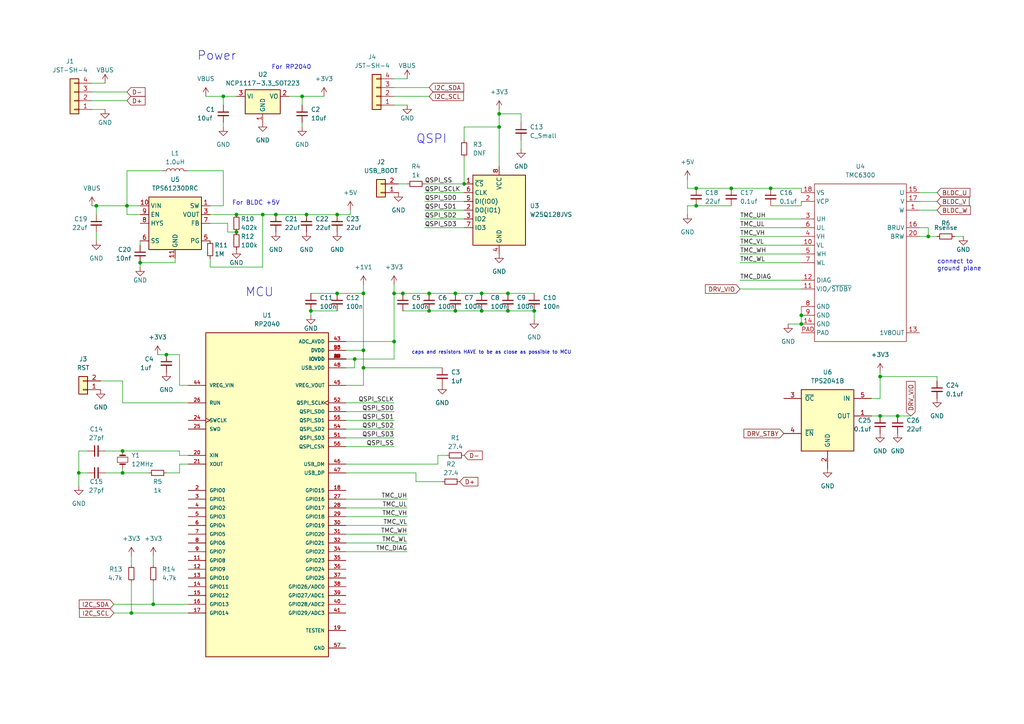
<source format=kicad_sch>
(kicad_sch (version 20230121) (generator eeschema)
  (paper "A4")
  (lib_symbols
    (symbol "Connector_Generic:Conn_01x02" (pin_names (offset 1.016) hide)
      (property "Reference" "J" (at 0 2.54 0))
      (property "Value" "Conn_01x02" (at 0 -5.08 0))
      (symbol "Conn_01x02_1_1"
        (rectangle (start -1.27 -2.413) (end 0 -2.667) (stroke (width 0.1524)))
        (rectangle (start -1.27 0.127) (end 0 -0.127) (stroke (width 0.1524)))
        (rectangle (start -1.27 1.27) (end 1.27 -3.81) (stroke (width 0.254)) (fill (type background)))
        (pin passive line (at -5.08 0 0) (length 3.81) (name "Pin_1") (number "1"))
        (pin passive line (at -5.08 -2.54 0) (length 3.81) (name "Pin_2") (number "2"))
      )
    )
    (symbol "Connector_Generic:Conn_01x04" (pin_names (offset 1.016) hide)
      (property "Reference" "J" (at 0 5.08 0))
      (property "Value" "Conn_01x04" (at 0 -7.62 0))
      (symbol "Conn_01x04_1_1"
        (rectangle (start -1.27 -4.953) (end 0 -5.207) (stroke (width 0.1524)))
        (rectangle (start -1.27 -2.413) (end 0 -2.667) (stroke (width 0.1524)))
        (rectangle (start -1.27 0.127) (end 0 -0.127) (stroke (width 0.1524)))
        (rectangle (start -1.27 2.667) (end 0 2.413) (stroke (width 0.1524)))
        (rectangle (start -1.27 3.81) (end 1.27 -6.35) (stroke (width 0.254)) (fill (type background)))
        (pin passive line (at -5.08 2.54 0) (length 3.81) (name "Pin_1") (number "1"))
        (pin passive line (at -5.08 0 0) (length 3.81) (name "Pin_2") (number "2"))
        (pin passive line (at -5.08 -2.54 0) (length 3.81) (name "Pin_3") (number "3"))
        (pin passive line (at -5.08 -5.08 0) (length 3.81) (name "Pin_4") (number "4"))
      )
    )
    (symbol "Device:C_Small" (pin_numbers hide) (pin_names (offset 0.254) hide)
      (property "Reference" "C" (at 0.254 1.778 0))
      (property "Value" "C_Small" (at 0.254 -2.032 0))
      (symbol "C_Small_0_1"
        (polyline (pts (xy -1.524 -0.508) (xy 1.524 -0.508)) (stroke (width 0.3302)))
        (polyline (pts (xy -1.524 0.508) (xy 1.524 0.508)) (stroke (width 0.3048)))
      )
      (symbol "C_Small_1_1"
        (pin passive line (at 0 2.54 270) (length 2.032) (name "~") (number "1"))
        (pin passive line (at 0 -2.54 90) (length 2.032) (name "~") (number "2"))
      )
    )
    (symbol "Device:Crystal_Small" (pin_numbers hide) (pin_names (offset 1.016) hide)
      (property "Reference" "Y" (at 0 2.54 0))
      (property "Value" "Crystal_Small" (at 0 -2.54 0))
      (symbol "Crystal_Small_0_1"
        (rectangle (start -0.762 -1.524) (end 0.762 1.524))
        (polyline (pts (xy -1.27 -0.762) (xy -1.27 0.762)) (stroke (width 0.381)))
        (polyline (pts (xy 1.27 -0.762) (xy 1.27 0.762)) (stroke (width 0.381)))
      )
      (symbol "Crystal_Small_1_1"
        (pin passive line (at -2.54 0 0) (length 1.27) (name "1") (number "1"))
        (pin passive line (at 2.54 0 180) (length 1.27) (name "2") (number "2"))
      )
    )
    (symbol "Device:L" (pin_numbers hide) (pin_names (offset 1.016) hide)
      (property "Reference" "L" (at -1.27 0 90))
      (property "Value" "L" (at 1.905 0 90))
      (symbol "L_0_1"
        (arc (start 0 -2.54) (mid 0.6323 -1.905) (end 0 -1.27))
        (arc (start 0 -1.27) (mid 0.6323 -0.635) (end 0 0))
        (arc (start 0 0) (mid 0.6323 0.635) (end 0 1.27))
        (arc (start 0 1.27) (mid 0.6323 1.905) (end 0 2.54))
      )
      (symbol "L_1_1"
        (pin passive line (at 0 3.81 270) (length 1.27) (name "1") (number "1"))
        (pin passive line (at 0 -3.81 90) (length 1.27) (name "2") (number "2"))
      )
    )
    (symbol "Device:R_Small" (pin_numbers hide) (pin_names (offset 0.254) hide)
      (property "Reference" "R" (at 0.762 0.508 0))
      (property "Value" "R_Small" (at 0.762 -1.016 0))
      (symbol "R_Small_0_1"
        (rectangle (start -0.762 1.778) (end 0.762 -1.778) (stroke (width 0.2032)))
      )
      (symbol "R_Small_1_1"
        (pin passive line (at 0 2.54 270) (length 0.762) (name "~") (number "1"))
        (pin passive line (at 0 -2.54 90) (length 0.762) (name "~") (number "2"))
      )
    )
    (symbol "Memory_Flash:W25Q128JVS"
      (property "Reference" "U" (at -8.89 8.89 0))
      (property "Value" "W25Q128JVS" (at 7.62 8.89 0))
      (symbol "W25Q128JVS_0_1"
        (rectangle (start -7.62 10.16) (end 7.62 -10.16) (stroke (width 0.254)) (fill (type background)))
      )
      (symbol "W25Q128JVS_1_1"
        (pin input line (at -10.16 7.62 0) (length 2.54) (name "~{CS}") (number "1"))
        (pin bidirectional line (at -10.16 0 0) (length 2.54) (name "DO(IO1)") (number "2"))
        (pin bidirectional line (at -10.16 -2.54 0) (length 2.54) (name "IO2") (number "3"))
        (pin power_in line (at 0 -12.7 90) (length 2.54) (name "GND") (number "4"))
        (pin bidirectional line (at -10.16 2.54 0) (length 2.54) (name "DI(IO0)") (number "5"))
        (pin input line (at -10.16 5.08 0) (length 2.54) (name "CLK") (number "6"))
        (pin bidirectional line (at -10.16 -5.08 0) (length 2.54) (name "IO3") (number "7"))
        (pin power_in line (at 0 12.7 270) (length 2.54) (name "VCC") (number "8"))
      )
    )
    (symbol "Power_Management:TPS2041B" (pin_names (offset 1.016))
      (property "Reference" "U" (at 0 10.795 0))
      (property "Value" "TPS2041B" (at 0 8.89 0))
      (symbol "TPS2041B_0_1"
        (rectangle (start -7.62 7.62) (end 7.62 -10.16) (stroke (width 0.254)) (fill (type background)))
      )
      (symbol "TPS2041B_1_1"
        (pin power_out line (at 12.7 0 180) (length 5.08) (name "OUT") (number "1"))
        (pin power_in line (at 0 -15.24 90) (length 5.08) (name "GND") (number "2"))
        (pin open_collector line (at -12.7 5.08 0) (length 5.08) (name "~{OC}") (number "3"))
        (pin input line (at -12.7 -5.08 0) (length 5.08) (name "~{EN}") (number "4"))
        (pin power_in line (at 12.7 5.08 180) (length 5.08) (name "IN") (number "5"))
      )
    )
    (symbol "RP2040:RP2040" (pin_names (offset 1.016))
      (property "Reference" "U" (at -17.78 50.8 0))
      (property "Value" "RP2040" (at -17.78 -48.26 0))
      (symbol "RP2040_0_0"
        (rectangle (start -17.78 -45.72) (end 17.78 48.26) (stroke (width 0.254)) (fill (type background)))
        (pin power_in line (at 22.86 40.64 180) (length 5.08) (name "IOVDD") (number "1"))
        (pin power_in line (at 22.86 40.64 180) (length 5.08) (name "IOVDD") (number "10"))
        (pin bidirectional line (at -22.86 -17.78 0) (length 5.08) (name "GPIO8") (number "11"))
        (pin bidirectional line (at -22.86 -20.32 0) (length 5.08) (name "GPIO9") (number "12"))
        (pin bidirectional line (at -22.86 -22.86 0) (length 5.08) (name "GPIO10") (number "13"))
        (pin bidirectional line (at -22.86 -25.4 0) (length 5.08) (name "GPIO11") (number "14"))
        (pin bidirectional line (at -22.86 -27.94 0) (length 5.08) (name "GPIO12") (number "15"))
        (pin bidirectional line (at -22.86 -30.48 0) (length 5.08) (name "GPIO13") (number "16"))
        (pin bidirectional line (at -22.86 -33.02 0) (length 5.08) (name "GPIO14") (number "17"))
        (pin bidirectional line (at 22.86 2.54 180) (length 5.08) (name "GPIO15") (number "18"))
        (pin passive line (at 22.86 -38.1 180) (length 5.08) (name "TESTEN") (number "19"))
        (pin bidirectional line (at -22.86 2.54 0) (length 5.08) (name "GPIO0") (number "2"))
        (pin input line (at -22.86 12.7 0) (length 5.08) (name "XIN") (number "20"))
        (pin output line (at -22.86 10.16 0) (length 5.08) (name "XOUT") (number "21"))
        (pin power_in line (at 22.86 40.64 180) (length 5.08) (name "IOVDD") (number "22"))
        (pin power_in line (at 22.86 43.18 180) (length 5.08) (name "DVDD") (number "23"))
        (pin input clock (at -22.86 22.86 0) (length 5.08) (name "SWCLK") (number "24"))
        (pin bidirectional line (at -22.86 20.32 0) (length 5.08) (name "SWD") (number "25"))
        (pin input line (at -22.86 27.94 0) (length 5.08) (name "RUN") (number "26"))
        (pin bidirectional line (at 22.86 0 180) (length 5.08) (name "GPIO16") (number "27"))
        (pin bidirectional line (at 22.86 -2.54 180) (length 5.08) (name "GPIO17") (number "28"))
        (pin bidirectional line (at 22.86 -5.08 180) (length 5.08) (name "GPIO18") (number "29"))
        (pin bidirectional line (at -22.86 0 0) (length 5.08) (name "GPIO1") (number "3"))
        (pin bidirectional line (at 22.86 -7.62 180) (length 5.08) (name "GPIO19") (number "30"))
        (pin bidirectional line (at 22.86 -10.16 180) (length 5.08) (name "GPIO20") (number "31"))
        (pin bidirectional line (at 22.86 -12.7 180) (length 5.08) (name "GPIO21") (number "32"))
        (pin power_in line (at 22.86 40.64 180) (length 5.08) (name "IOVDD") (number "33"))
        (pin bidirectional line (at 22.86 -15.24 180) (length 5.08) (name "GPIO22") (number "34"))
        (pin bidirectional line (at 22.86 -17.78 180) (length 5.08) (name "GPIO23") (number "35"))
        (pin bidirectional line (at 22.86 -20.32 180) (length 5.08) (name "GPIO24") (number "36"))
        (pin bidirectional line (at 22.86 -22.86 180) (length 5.08) (name "GPIO25") (number "37"))
        (pin bidirectional line (at 22.86 -25.4 180) (length 5.08) (name "GPIO26/ADC0") (number "38"))
        (pin bidirectional line (at 22.86 -27.94 180) (length 5.08) (name "GPIO27/ADC1") (number "39"))
        (pin bidirectional line (at -22.86 -2.54 0) (length 5.08) (name "GPIO2") (number "4"))
        (pin bidirectional line (at 22.86 -30.48 180) (length 5.08) (name "GPIO28/ADC2") (number "40"))
        (pin bidirectional line (at 22.86 -33.02 180) (length 5.08) (name "GPIO29/ADC3") (number "41"))
        (pin power_in line (at 22.86 40.64 180) (length 5.08) (name "IOVDD") (number "42"))
        (pin power_in line (at 22.86 45.72 180) (length 5.08) (name "ADC_AVDD") (number "43"))
        (pin input line (at -22.86 33.02 0) (length 5.08) (name "VREG_VIN") (number "44"))
        (pin output line (at 22.86 33.02 180) (length 5.08) (name "VREG_VOUT") (number "45"))
        (pin bidirectional line (at 22.86 10.16 180) (length 5.08) (name "USB_DM") (number "46"))
        (pin bidirectional line (at 22.86 7.62 180) (length 5.08) (name "USB_DP") (number "47"))
        (pin power_in line (at 22.86 38.1 180) (length 5.08) (name "USB_VDD") (number "48"))
        (pin power_in line (at 22.86 40.64 180) (length 5.08) (name "IOVDD") (number "49"))
        (pin bidirectional line (at -22.86 -5.08 0) (length 5.08) (name "GPIO3") (number "5"))
        (pin power_in line (at 22.86 43.18 180) (length 5.08) (name "DVDD") (number "50"))
        (pin bidirectional line (at 22.86 17.78 180) (length 5.08) (name "QSPI_SD3") (number "51"))
        (pin bidirectional clock (at 22.86 27.94 180) (length 5.08) (name "QSPI_SCLK") (number "52"))
        (pin bidirectional line (at 22.86 25.4 180) (length 5.08) (name "QSPI_SD0") (number "53"))
        (pin bidirectional line (at 22.86 20.32 180) (length 5.08) (name "QSPI_SD2") (number "54"))
        (pin bidirectional line (at 22.86 22.86 180) (length 5.08) (name "QSPI_SD1") (number "55"))
        (pin bidirectional line (at 22.86 15.24 180) (length 5.08) (name "QSPI_CSN") (number "56"))
        (pin power_in line (at 22.86 -43.18 180) (length 5.08) (name "GND") (number "57"))
        (pin bidirectional line (at -22.86 -7.62 0) (length 5.08) (name "GPIO4") (number "6"))
        (pin bidirectional line (at -22.86 -10.16 0) (length 5.08) (name "GPIO5") (number "7"))
        (pin bidirectional line (at -22.86 -12.7 0) (length 5.08) (name "GPIO6") (number "8"))
        (pin bidirectional line (at -22.86 -15.24 0) (length 5.08) (name "GPIO7") (number "9"))
      )
    )
    (symbol "Regulator_Linear:NCP1117-3.3_SOT223"
      (property "Reference" "U" (at -3.81 3.175 0))
      (property "Value" "NCP1117-3.3_SOT223" (at 0 3.175 0))
      (symbol "NCP1117-3.3_SOT223_0_1"
        (rectangle (start -5.08 -5.08) (end 5.08 1.905) (stroke (width 0.254)) (fill (type background)))
      )
      (symbol "NCP1117-3.3_SOT223_1_1"
        (pin power_in line (at 0 -7.62 90) (length 2.54) (name "GND") (number "1"))
        (pin power_out line (at 7.62 0 180) (length 2.54) (name "VO") (number "2"))
        (pin power_in line (at -7.62 0 0) (length 2.54) (name "VI") (number "3"))
      )
    )
    (symbol "Regulator_Switching:TPS61230DRC"
      (property "Reference" "U" (at -7.62 11.43 0))
      (property "Value" "TPS61230DRC" (at -7.62 8.89 0))
      (symbol "TPS61230DRC_0_1"
        (rectangle (start -7.62 7.62) (end 7.62 -7.62) (stroke (width 0.254)) (fill (type background)))
      )
      (symbol "TPS61230DRC_1_1"
        (pin power_out line (at 10.16 5.08 180) (length 2.54) (name "SW") (number "1"))
        (pin power_in line (at -10.16 5.08 0) (length 2.54) (name "VIN") (number "10"))
        (pin power_in line (at 0 -10.16 90) (length 2.54) (name "GND") (number "11"))
        (pin passive line (at 10.16 5.08 180) (length 2.54) hide (name "SW") (number "2"))
        (pin power_out line (at 10.16 2.54 180) (length 2.54) (name "VOUT") (number "3"))
        (pin passive line (at 10.16 2.54 180) (length 2.54) hide (name "VOUT") (number "4"))
        (pin output line (at 10.16 -5.08 180) (length 2.54) (name "PG") (number "5"))
        (pin input line (at -10.16 -5.08 0) (length 2.54) (name "SS") (number "6"))
        (pin input line (at 10.16 0 180) (length 2.54) (name "FB") (number "7"))
        (pin output line (at -10.16 0 0) (length 2.54) (name "HYS") (number "8"))
        (pin input line (at -10.16 2.54 0) (length 2.54) (name "EN") (number "9"))
      )
    )
    (symbol "TMC6300:TMC6300"
      (property "Reference" "U" (at 6.35 3.81 0))
      (property "Value" "TMC6300" (at 6.35 1.27 0))
      (symbol "TMC6300_0_1"
        (rectangle (start 0 0) (end 26.67 -45.72))
      )
      (symbol "TMC6300_1_1"
        (pin power_out line (at 30.48 -7.62 180) (length 3.81) (name "W") (number "1"))
        (pin passive line (at -3.81 -17.78 0) (length 3.81) (name "VL") (number "10"))
        (pin unspecified line (at -3.81 -30.48 0) (length 3.81) (name "VIO/~{STDBY}") (number "11"))
        (pin unspecified line (at -3.81 -27.94 0) (length 3.81) (name "DIAG") (number "12"))
        (pin power_out line (at 30.48 -43.18 180) (length 3.81) (name "1V8OUT") (number "13"))
        (pin power_in line (at -3.81 -40.64 0) (length 3.81) (name "GND") (number "14"))
        (pin power_out line (at 30.48 -2.54 180) (length 3.81) (name "U") (number "15"))
        (pin unspecified line (at 30.48 -12.7 180) (length 3.81) (name "BRUV") (number "16"))
        (pin power_out line (at 30.48 -5.08 180) (length 3.81) (name "V") (number "17"))
        (pin power_in line (at -3.81 -2.54 0) (length 3.81) (name "VS") (number "18"))
        (pin power_in line (at -3.81 -5.08 0) (length 3.81) (name "VCP") (number "2"))
        (pin unspecified line (at 30.48 -15.24 180) (length 3.81) (name "BRW") (number "20"))
        (pin passive line (at -3.81 -10.16 0) (length 3.81) (name "UH") (number "3"))
        (pin passive line (at -3.81 -15.24 0) (length 3.81) (name "VH") (number "4"))
        (pin passive line (at -3.81 -20.32 0) (length 3.81) (name "WH") (number "5"))
        (pin passive line (at -3.81 -12.7 0) (length 3.81) (name "UL") (number "6"))
        (pin passive line (at -3.81 -22.86 0) (length 3.81) (name "WL") (number "7"))
        (pin power_in line (at -3.81 -35.56 0) (length 3.81) (name "GND") (number "8"))
        (pin power_in line (at -3.81 -38.1 0) (length 3.81) (name "GND") (number "9"))
        (pin power_in line (at -3.81 -43.18 0) (length 3.81) (name "PAD") (number "PAD"))
      )
    )
    (symbol "power:+1V1" (power) (pin_names (offset 0))
      (property "Value" "+1V1" (at 0 3.556 0))
      (symbol "+1V1_0_1"
        (polyline (pts (xy -0.762 1.27) (xy 0 2.54)))
        (polyline (pts (xy 0 0) (xy 0 2.54)))
        (polyline (pts (xy 0 2.54) (xy 0.762 1.27)))
      )
      (symbol "+1V1_1_1"
        (pin power_in line (at 0 0 90) (length 0) hide (name "+1V1") (number "1"))
      )
    )
    (symbol "power:+3V3" (power) (pin_names (offset 0))
      (property "Value" "+3V3" (at 0 3.556 0))
      (symbol "+3V3_0_1"
        (polyline (pts (xy -0.762 1.27) (xy 0 2.54)))
        (polyline (pts (xy 0 0) (xy 0 2.54)))
        (polyline (pts (xy 0 2.54) (xy 0.762 1.27)))
      )
      (symbol "+3V3_1_1"
        (pin power_in line (at 0 0 90) (length 0) hide (name "+3V3") (number "1"))
      )
    )
    (symbol "power:+5V" (power) (pin_names (offset 0))
      (property "Value" "+5V" (at 0 3.556 0))
      (symbol "+5V_0_1"
        (polyline (pts (xy -0.762 1.27) (xy 0 2.54)))
        (polyline (pts (xy 0 0) (xy 0 2.54)))
        (polyline (pts (xy 0 2.54) (xy 0.762 1.27)))
      )
      (symbol "+5V_1_1"
        (pin power_in line (at 0 0 90) (length 0) hide (name "+5V") (number "1"))
      )
    )
    (symbol "power:GND" (power) (pin_names (offset 0))
      (property "Value" "GND" (at 0 -3.81 0))
      (symbol "GND_0_1"
        (polyline (pts (xy 0 0) (xy 0 -1.27) (xy 1.27 -1.27) (xy 0 -2.54) (xy -1.27 -1.27) (xy 0 -1.27)))
      )
      (symbol "GND_1_1"
        (pin power_in line (at 0 0 270) (length 0) hide (name "GND") (number "1"))
      )
    )
    (symbol "power:VBUS" (power) (pin_names (offset 0))
      (property "Value" "VBUS" (at 0 3.81 0))
      (symbol "VBUS_0_1"
        (polyline (pts (xy -0.762 1.27) (xy 0 2.54)))
        (polyline (pts (xy 0 0) (xy 0 2.54)))
        (polyline (pts (xy 0 2.54) (xy 0.762 1.27)))
      )
      (symbol "VBUS_1_1"
        (pin power_in line (at 0 0 90) (length 0) hide (name "VBUS") (number "1"))
      )
    )
  )
  (junction (at 105.41 106.68))
  (junction (at 68.58 67.31))
  (junction (at 139.7 85.09))
  (junction (at 132.08 85.09))
  (junction (at 232.41 93.98))
  (junction (at 260.35 120.65))
  (junction (at 80.01 62.23))
  (junction (at 44.45 175.26))
  (junction (at 124.46 85.09))
  (junction (at 144.78 33.02))
  (junction (at 90.17 90.17))
  (junction (at 48.26 102.87))
  (junction (at 134.62 53.34))
  (junction (at 36.83 59.69))
  (junction (at 132.08 90.17))
  (junction (at 201.93 54.61))
  (junction (at 40.64 76.2))
  (junction (at 255.27 109.22))
  (junction (at 255.27 120.65))
  (junction (at 97.79 85.09))
  (junction (at 76.2 62.23))
  (junction (at 201.93 59.69))
  (junction (at 114.3 99.06))
  (junction (at 116.84 85.09))
  (junction (at 124.46 90.17))
  (junction (at 102.87 104.14))
  (junction (at 212.09 54.61))
  (junction (at 88.9 62.23))
  (junction (at 147.32 90.17))
  (junction (at 154.94 90.17))
  (junction (at 105.41 101.6))
  (junction (at 27.94 59.69))
  (junction (at 35.56 137.16))
  (junction (at 139.7 90.17))
  (junction (at 35.56 130.81))
  (junction (at 68.58 62.23))
  (junction (at 22.86 137.16))
  (junction (at 97.79 62.23))
  (junction (at 144.78 36.83))
  (junction (at 223.52 54.61))
  (junction (at 38.1 177.8))
  (junction (at 147.32 85.09))
  (junction (at 64.77 27.94))
  (junction (at 114.3 85.09))
  (junction (at 87.63 27.94))
  (junction (at 269.24 68.58))
  (junction (at 105.41 85.09))
  (junction (at 232.41 91.44))
  (wire (pts (xy 105.41 101.6) (xy 100.33 101.6)))
  (wire (pts (xy 102.87 104.14) (xy 114.3 104.14)))
  (wire (pts (xy 123.19 66.04) (xy 134.62 66.04)))
  (wire (pts (xy 38.1 168.91) (xy 38.1 177.8)))
  (wire (pts (xy 214.63 68.58) (xy 232.41 68.58)))
  (wire (pts (xy 100.33 124.46) (xy 114.3 124.46)))
  (wire (pts (xy 100.33 134.62) (xy 127 134.62)))
  (wire (pts (xy 90.17 90.17) (xy 97.79 90.17)))
  (wire (pts (xy 64.77 59.69) (xy 60.96 59.69)))
  (wire (pts (xy 118.11 144.78) (xy 100.33 144.78)))
  (wire (pts (xy 100.33 119.38) (xy 114.3 119.38)))
  (wire (pts (xy 35.56 130.81) (xy 52.07 130.81)))
  (wire (pts (xy 255.27 120.65) (xy 260.35 120.65)))
  (wire (pts (xy 60.96 77.47) (xy 76.2 77.47)))
  (wire (pts (xy 114.3 85.09) (xy 114.3 99.06)))
  (wire (pts (xy 144.78 33.02) (xy 151.13 33.02)))
  (wire (pts (xy 60.96 62.23) (xy 68.58 62.23)))
  (wire (pts (xy 54.61 134.62) (xy 52.07 134.62)))
  (wire (pts (xy 212.09 54.61) (xy 223.52 54.61)))
  (wire (pts (xy 105.41 85.09) (xy 105.41 101.6)))
  (wire (pts (xy 105.41 106.68) (xy 105.41 101.6)))
  (wire (pts (xy 90.17 90.17) (xy 90.17 91.44)))
  (wire (pts (xy 151.13 40.64) (xy 151.13 43.18)))
  (wire (pts (xy 87.63 27.94) (xy 93.98 27.94)))
  (wire (pts (xy 27.94 67.31) (xy 27.94 69.85)))
  (wire (pts (xy 54.61 132.08) (xy 52.07 132.08)))
  (wire (pts (xy 124.46 90.17) (xy 132.08 90.17)))
  (wire (pts (xy 26.67 59.69) (xy 27.94 59.69)))
  (wire (pts (xy 118.11 154.94) (xy 100.33 154.94)))
  (wire (pts (xy 105.41 82.55) (xy 105.41 85.09)))
  (wire (pts (xy 50.8 76.2) (xy 40.64 76.2)))
  (wire (pts (xy 88.9 62.23) (xy 97.79 62.23)))
  (wire (pts (xy 147.32 85.09) (xy 154.94 85.09)))
  (wire (pts (xy 232.41 91.44) (xy 232.41 93.98)))
  (wire (pts (xy 232.41 88.9) (xy 232.41 91.44)))
  (wire (pts (xy 66.04 67.31) (xy 68.58 67.31)))
  (wire (pts (xy 26.67 31.75) (xy 30.48 31.75)))
  (wire (pts (xy 40.64 76.2) (xy 40.64 77.47)))
  (wire (pts (xy 118.11 160.02) (xy 100.33 160.02)))
  (wire (pts (xy 101.6 60.96) (xy 101.6 62.23)))
  (wire (pts (xy 36.83 62.23) (xy 40.64 62.23)))
  (wire (pts (xy 134.62 45.72) (xy 134.62 53.34)))
  (wire (pts (xy 114.3 27.94) (xy 124.46 27.94)))
  (wire (pts (xy 45.72 102.87) (xy 48.26 102.87)))
  (wire (pts (xy 33.02 175.26) (xy 44.45 175.26)))
  (wire (pts (xy 48.26 137.16) (xy 52.07 137.16)))
  (wire (pts (xy 52.07 132.08) (xy 52.07 130.81)))
  (wire (pts (xy 139.7 85.09) (xy 147.32 85.09)))
  (wire (pts (xy 214.63 71.12) (xy 232.41 71.12)))
  (wire (pts (xy 29.21 110.49) (xy 35.56 110.49)))
  (wire (pts (xy 35.56 137.16) (xy 43.18 137.16)))
  (wire (pts (xy 260.35 120.65) (xy 264.16 120.65)))
  (wire (pts (xy 255.27 109.22) (xy 255.27 115.57)))
  (wire (pts (xy 266.7 68.58) (xy 269.24 68.58)))
  (wire (pts (xy 64.77 35.56) (xy 64.77 36.83)))
  (wire (pts (xy 118.11 149.86) (xy 100.33 149.86)))
  (wire (pts (xy 97.79 85.09) (xy 105.41 85.09)))
  (wire (pts (xy 76.2 62.23) (xy 80.01 62.23)))
  (wire (pts (xy 127 132.08) (xy 129.54 132.08)))
  (wire (pts (xy 64.77 49.53) (xy 64.77 59.69)))
  (wire (pts (xy 52.07 102.87) (xy 52.07 111.76)))
  (wire (pts (xy 35.56 116.84) (xy 35.56 110.49)))
  (wire (pts (xy 100.33 121.92) (xy 114.3 121.92)))
  (wire (pts (xy 118.11 157.48) (xy 100.33 157.48)))
  (wire (pts (xy 214.63 63.5) (xy 232.41 63.5)))
  (wire (pts (xy 114.3 99.06) (xy 114.3 104.14)))
  (wire (pts (xy 46.99 49.53) (xy 36.83 49.53)))
  (wire (pts (xy 269.24 66.04) (xy 269.24 68.58)))
  (wire (pts (xy 120.65 139.7) (xy 128.27 139.7)))
  (wire (pts (xy 214.63 83.82) (xy 232.41 83.82)))
  (wire (pts (xy 123.19 58.42) (xy 134.62 58.42)))
  (wire (pts (xy 52.07 134.62) (xy 52.07 137.16)))
  (wire (pts (xy 134.62 36.83) (xy 134.62 40.64)))
  (wire (pts (xy 27.94 59.69) (xy 27.94 62.23)))
  (wire (pts (xy 228.6 93.98) (xy 232.41 93.98)))
  (wire (pts (xy 114.3 85.09) (xy 116.84 85.09)))
  (wire (pts (xy 50.8 74.93) (xy 50.8 76.2)))
  (wire (pts (xy 30.48 137.16) (xy 35.56 137.16)))
  (wire (pts (xy 201.93 54.61) (xy 212.09 54.61)))
  (wire (pts (xy 232.41 55.88) (xy 232.41 54.61)))
  (wire (pts (xy 100.33 129.54) (xy 114.3 129.54)))
  (wire (pts (xy 105.41 111.76) (xy 105.41 106.68)))
  (wire (pts (xy 54.61 49.53) (xy 64.77 49.53)))
  (wire (pts (xy 232.41 58.42) (xy 232.41 59.69)))
  (wire (pts (xy 276.86 68.58) (xy 279.4 68.58)))
  (wire (pts (xy 147.32 90.17) (xy 154.94 90.17)))
  (wire (pts (xy 40.64 69.85) (xy 40.64 71.12)))
  (wire (pts (xy 114.3 30.48) (xy 118.11 30.48)))
  (wire (pts (xy 266.7 55.88) (xy 271.78 55.88)))
  (wire (pts (xy 199.39 52.07) (xy 199.39 54.61)))
  (wire (pts (xy 199.39 59.69) (xy 199.39 62.23)))
  (wire (pts (xy 64.77 27.94) (xy 68.58 27.94)))
  (wire (pts (xy 266.7 66.04) (xy 269.24 66.04)))
  (wire (pts (xy 100.33 104.14) (xy 102.87 104.14)))
  (wire (pts (xy 100.33 137.16) (xy 120.65 137.16)))
  (wire (pts (xy 26.67 24.13) (xy 30.48 24.13)))
  (wire (pts (xy 232.41 54.61) (xy 223.52 54.61)))
  (wire (pts (xy 87.63 27.94) (xy 87.63 30.48)))
  (wire (pts (xy 144.78 36.83) (xy 144.78 48.26)))
  (wire (pts (xy 114.3 22.86) (xy 118.11 22.86)))
  (wire (pts (xy 44.45 175.26) (xy 54.61 175.26)))
  (wire (pts (xy 38.1 177.8) (xy 54.61 177.8)))
  (wire (pts (xy 22.86 137.16) (xy 25.4 137.16)))
  (wire (pts (xy 100.33 99.06) (xy 114.3 99.06)))
  (wire (pts (xy 120.65 137.16) (xy 120.65 139.7)))
  (wire (pts (xy 100.33 127) (xy 114.3 127)))
  (wire (pts (xy 105.41 106.68) (xy 128.27 106.68)))
  (wire (pts (xy 127 134.62) (xy 127 132.08)))
  (wire (pts (xy 214.63 73.66) (xy 232.41 73.66)))
  (wire (pts (xy 132.08 85.09) (xy 139.7 85.09)))
  (wire (pts (xy 22.86 130.81) (xy 25.4 130.81)))
  (wire (pts (xy 33.02 177.8) (xy 38.1 177.8)))
  (wire (pts (xy 115.57 53.34) (xy 118.11 53.34)))
  (wire (pts (xy 22.86 130.81) (xy 22.86 137.16)))
  (wire (pts (xy 123.19 55.88) (xy 134.62 55.88)))
  (wire (pts (xy 100.33 116.84) (xy 114.3 116.84)))
  (wire (pts (xy 266.7 60.96) (xy 271.78 60.96)))
  (wire (pts (xy 118.11 152.4) (xy 100.33 152.4)))
  (wire (pts (xy 144.78 33.02) (xy 144.78 36.83)))
  (wire (pts (xy 144.78 31.75) (xy 144.78 33.02)))
  (wire (pts (xy 271.78 109.22) (xy 271.78 110.49)))
  (wire (pts (xy 54.61 116.84) (xy 35.56 116.84)))
  (wire (pts (xy 123.19 53.34) (xy 134.62 53.34)))
  (wire (pts (xy 139.7 90.17) (xy 147.32 90.17)))
  (wire (pts (xy 26.67 29.21) (xy 36.83 29.21)))
  (wire (pts (xy 76.2 77.47) (xy 76.2 62.23)))
  (wire (pts (xy 36.83 49.53) (xy 36.83 59.69)))
  (wire (pts (xy 116.84 90.17) (xy 124.46 90.17)))
  (wire (pts (xy 64.77 27.94) (xy 64.77 30.48)))
  (wire (pts (xy 68.58 62.23) (xy 76.2 62.23)))
  (wire (pts (xy 252.73 115.57) (xy 255.27 115.57)))
  (wire (pts (xy 252.73 120.65) (xy 255.27 120.65)))
  (wire (pts (xy 123.19 60.96) (xy 134.62 60.96)))
  (wire (pts (xy 59.69 27.94) (xy 64.77 27.94)))
  (wire (pts (xy 80.01 62.23) (xy 88.9 62.23)))
  (wire (pts (xy 118.11 147.32) (xy 100.33 147.32)))
  (wire (pts (xy 124.46 85.09) (xy 132.08 85.09)))
  (wire (pts (xy 48.26 102.87) (xy 52.07 102.87)))
  (wire (pts (xy 44.45 161.29) (xy 44.45 163.83)))
  (wire (pts (xy 114.3 25.4) (xy 124.46 25.4)))
  (wire (pts (xy 154.94 90.17) (xy 154.94 92.71)))
  (wire (pts (xy 38.1 161.29) (xy 38.1 163.83)))
  (wire (pts (xy 100.33 106.68) (xy 102.87 106.68)))
  (wire (pts (xy 123.19 63.5) (xy 134.62 63.5)))
  (wire (pts (xy 144.78 36.83) (xy 134.62 36.83)))
  (wire (pts (xy 269.24 68.58) (xy 271.78 68.58)))
  (wire (pts (xy 151.13 33.02) (xy 151.13 35.56)))
  (wire (pts (xy 90.17 85.09) (xy 97.79 85.09)))
  (wire (pts (xy 97.79 62.23) (xy 101.6 62.23)))
  (wire (pts (xy 100.33 111.76) (xy 105.41 111.76)))
  (wire (pts (xy 87.63 35.56) (xy 87.63 36.83)))
  (wire (pts (xy 223.52 59.69) (xy 232.41 59.69)))
  (wire (pts (xy 35.56 135.89) (xy 35.56 137.16)))
  (wire (pts (xy 201.93 59.69) (xy 199.39 59.69)))
  (wire (pts (xy 22.86 137.16) (xy 22.86 140.97)))
  (wire (pts (xy 44.45 168.91) (xy 44.45 175.26)))
  (wire (pts (xy 212.09 59.69) (xy 201.93 59.69)))
  (wire (pts (xy 36.83 59.69) (xy 36.83 62.23)))
  (wire (pts (xy 66.04 64.77) (xy 66.04 67.31)))
  (wire (pts (xy 83.82 27.94) (xy 87.63 27.94)))
  (wire (pts (xy 114.3 82.55) (xy 114.3 85.09)))
  (wire (pts (xy 266.7 58.42) (xy 271.78 58.42)))
  (wire (pts (xy 255.27 107.95) (xy 255.27 109.22)))
  (wire (pts (xy 36.83 59.69) (xy 40.64 59.69)))
  (wire (pts (xy 199.39 54.61) (xy 201.93 54.61)))
  (wire (pts (xy 214.63 81.28) (xy 232.41 81.28)))
  (wire (pts (xy 52.07 111.76) (xy 54.61 111.76)))
  (wire (pts (xy 60.96 64.77) (xy 66.04 64.77)))
  (wire (pts (xy 255.27 109.22) (xy 271.78 109.22)))
  (wire (pts (xy 116.84 85.09) (xy 124.46 85.09)))
  (wire (pts (xy 102.87 106.68) (xy 102.87 104.14)))
  (wire (pts (xy 26.67 26.67) (xy 36.83 26.67)))
  (wire (pts (xy 27.94 59.69) (xy 36.83 59.69)))
  (wire (pts (xy 30.48 130.81) (xy 35.56 130.81)))
  (wire (pts (xy 214.63 66.04) (xy 232.41 66.04)))
  (wire (pts (xy 214.63 76.2) (xy 232.41 76.2)))
  (wire (pts (xy 60.96 74.93) (xy 60.96 77.47)))
  (wire (pts (xy 132.08 90.17) (xy 139.7 90.17)))
  (text "For BLDC +5V" (at 67.31 59.69 0) (effects (font (size 1.27 1.27)) (justify left bottom)))
  (text "connect to \nground plane" (at 271.78 78.74 0) (effects (font (size 1.27 1.27)) (justify left bottom)))
  (text "Power" (at 57.15 17.78 0) (effects (font (size 2.54 2.54)) (justify left bottom)))
  (text "caps and resistors HAVE to be as close as possible to MCU\n" (at 119.38 102.87 0) (effects (font (size 1 1)) (justify left bottom)))
  (text "MCU" (at 71.12 86.36 0) (effects (font (size 2.54 2.54)) (justify left bottom)))
  (text "QSPI" (at 120.65 41.91 0) (effects (font (size 2.54 2.54)) (justify left bottom)))
  (text "For RP2040" (at 78.74 20.32 0) (effects (font (size 1.27 1.27)) (justify left bottom)))
  (label "QSPI_SD1" (at 123.19 60.96 0))
  (label "QSPI_SS" (at 114.3 129.54 180))
  (label "TMC_VL" (at 118.11 152.4 180))
  (label "QSPI_SD2" (at 123.19 63.5 0))
  (label "TMC_WL" (at 214.63 76.2 0))
  (label "TMC_WL" (at 118.11 157.48 180))
  (label "TMC_DIAG" (at 214.63 81.28 0))
  (label "TMC_WH" (at 118.11 154.94 180))
  (label "QSPI_SCLK" (at 114.3 116.84 180))
  (label "TMC_UL" (at 214.63 66.04 0))
  (label "TMC_VH" (at 118.11 149.86 180))
  (label "QSPI_SCLK" (at 123.19 55.88 0))
  (label "TMC_VL" (at 214.63 71.12 0))
  (label "QSPI_SD0" (at 123.19 58.42 0))
  (label "QSPI_SD2" (at 114.3 124.46 180))
  (label "TMC_UL" (at 118.11 147.32 180))
  (label "TMC_UH" (at 118.11 144.78 180))
  (label "QSPI_SD1" (at 114.3 121.92 180))
  (label "QSPI_SS" (at 123.19 53.34 0))
  (label "TMC_UH" (at 214.63 63.5 0))
  (label "QSPI_SD3" (at 123.19 66.04 0))
  (label "TMC_DIAG" (at 118.11 160.02 180))
  (label "TMC_WH" (at 214.63 73.66 0))
  (label "QSPI_SD0" (at 114.3 119.38 180))
  (label "TMC_VH" (at 214.63 68.58 0))
  (label "QSPI_SD3" (at 114.3 127 180))
  (global_label "D+" (shape input) (at 36.83 29.21 0) (property "Intersheetrefs" "${INTERSHEET_REFS}" (effects hide)))
  (global_label "DRV_VIO" (shape input) (at 214.63 83.82 180) (property "Intersheetrefs" "${INTERSHEET_REFS}" (effects hide)))
  (global_label "I2C_SCL" (shape input) (at 33.02 177.8 180) (property "Intersheetrefs" "${INTERSHEET_REFS}" (effects hide)))
  (global_label "D-" (shape input) (at 134.62 132.08 0) (property "Intersheetrefs" "${INTERSHEET_REFS}" (effects hide)))
  (global_label "D+" (shape input) (at 133.35 139.7 0) (property "Intersheetrefs" "${INTERSHEET_REFS}" (effects hide)))
  (global_label "BLDC_W" (shape input) (at 271.78 60.96 0) (property "Intersheetrefs" "${INTERSHEET_REFS}" (effects hide)))
  (global_label "BLDC_U" (shape input) (at 271.78 55.88 0) (property "Intersheetrefs" "${INTERSHEET_REFS}" (effects hide)))
  (global_label "I2C_SCL" (shape input) (at 124.46 27.94 0) (property "Intersheetrefs" "${INTERSHEET_REFS}" (effects hide)))
  (global_label "DRV_VIO" (shape input) (at 264.16 120.65 90) (property "Intersheetrefs" "${INTERSHEET_REFS}" (effects hide)))
  (global_label "I2C_SDA" (shape input) (at 124.46 25.4 0) (property "Intersheetrefs" "${INTERSHEET_REFS}" (effects hide)))
  (global_label "I2C_SDA" (shape input) (at 33.02 175.26 180) (property "Intersheetrefs" "${INTERSHEET_REFS}" (effects hide)))
  (global_label "DRV_STBY" (shape input) (at 227.33 125.73 180) (property "Intersheetrefs" "${INTERSHEET_REFS}" (effects hide)))
  (global_label "D-" (shape input) (at 36.83 26.67 0) (property "Intersheetrefs" "${INTERSHEET_REFS}" (effects hide)))
  (global_label "BLDC_V" (shape input) (at 271.78 58.42 0) (property "Intersheetrefs" "${INTERSHEET_REFS}" (effects hide)))
  (symbol (lib_id "power:GND") (at 76.2 35.56 0) (unit 1)
    (property "Reference" "#PWR03" (effects hide))
    (property "Value" "GND" (at 76.2 40.64 0))
  )
  (symbol (lib_id "Device:R_Small") (at 120.65 53.34 90) (unit 1)
    (property "Reference" "R4" (at 120.65 48.26 90))
    (property "Value" "1k" (at 120.65 50.8 90))
    (property "Footprint" "Resistor_SMD:R_0402_1005Metric" (effects hide))
  )
  (symbol (lib_id "Device:C_Small") (at 271.78 113.03 0) (unit 1)
    (property "Reference" "C24" (at 274.32 111.7663 0) (effects (justify left)))
    (property "Value" "0.1uf" (at 274.32 114.3063 0) (effects (justify left)))
    (property "Footprint" "Capacitor_SMD:C_0402_1005Metric" (effects hide))
  )
  (symbol (lib_id "power:GND") (at 97.79 67.31 0) (unit 1)
    (property "Reference" "#PWR035" (effects hide))
    (property "Value" "GND" (at 97.79 72.39 0))
  )
  (symbol (lib_id "Device:R_Small") (at 134.62 43.18 0) (unit 1)
    (property "Reference" "R3" (at 137.16 41.91 0) (effects (justify left)))
    (property "Value" "DNF" (at 137.16 44.45 0) (effects (justify left)))
    (property "Footprint" "Resistor_SMD:R_0402_1005Metric" (effects hide))
  )
  (symbol (lib_id "Device:C_Small") (at 80.01 64.77 0) (unit 1)
    (property "Reference" "C21" (at 82.55 63.5063 0) (effects (justify left)))
    (property "Value" "22uf" (at 82.55 66.0463 0) (effects (justify left)))
    (property "Footprint" "Capacitor_SMD:C_0402_1005Metric" (effects hide))
  )
  (symbol (lib_id "Device:C_Small") (at 116.84 87.63 0) (unit 1)
    (property "Reference" "C5" (at 119.38 86.3663 0) (effects (justify left)))
    (property "Value" "100n" (at 119.38 88.9063 0) (effects (justify left)))
    (property "Footprint" "Capacitor_SMD:C_0402_1005Metric" (effects hide))
  )
  (symbol (lib_id "Device:C_Small") (at 151.13 38.1 0) (unit 1)
    (property "Reference" "C13" (at 153.67 36.8363 0) (effects (justify left)))
    (property "Value" "C_Small" (at 153.67 39.3763 0) (effects (justify left)))
    (property "Footprint" "Capacitor_SMD:C_0402_1005Metric" (effects hide))
  )
  (symbol (lib_id "Device:R_Small") (at 68.58 69.85 0) (unit 1)
    (property "Reference" "R12" (at 69.85 68.58 0) (effects (justify left)))
    (property "Value" "100k" (at 69.85 71.12 0) (effects (justify left)))
    (property "Footprint" "Resistor_SMD:R_0402_1005Metric" (effects hide))
  )
  (symbol (lib_id "Connector_Generic:Conn_01x04") (at 109.22 27.94 180) (unit 1)
    (property "Reference" "J4" (at 107.95 16.51 0))
    (property "Value" "JST-SH-4" (at 107.95 19.05 0))
    (property "Footprint" "Connector_JST:JST_SH_BM04B-SRSS-TB_1x04-1MP_P1.00mm_Vertical" (effects hide))
  )
  (symbol (lib_id "Device:C_Small") (at 88.9 64.77 0) (unit 1)
    (property "Reference" "C22" (at 91.44 63.5063 0) (effects (justify left)))
    (property "Value" "22uf" (at 91.44 66.0463 0) (effects (justify left)))
    (property "Footprint" "Capacitor_SMD:C_0402_1005Metric" (effects hide))
  )
  (symbol (lib_id "power:+3V3") (at 45.72 102.87 0) (unit 1)
    (property "Reference" "#PWR09" (effects hide))
    (property "Value" "+3V3" (at 45.72 97.79 0))
  )
  (symbol (lib_id "Device:C_Small") (at 139.7 87.63 0) (unit 1)
    (property "Reference" "C8" (at 142.24 86.3663 0) (effects (justify left)))
    (property "Value" "100n" (at 142.24 88.9063 0) (effects (justify left)))
    (property "Footprint" "Capacitor_SMD:C_0402_1005Metric" (effects hide))
  )
  (symbol (lib_id "Device:R_Small") (at 38.1 166.37 0) (unit 1)
    (property "Reference" "R13" (at 35.56 165.1 0) (effects (justify right)))
    (property "Value" "4.7k" (at 35.56 167.64 0) (effects (justify right)))
    (property "Footprint" "Resistor_SMD:R_0402_1005Metric" (effects hide))
  )
  (symbol (lib_id "Device:C_Small") (at 27.94 64.77 0) (unit 1)
    (property "Reference" "C19" (at 25.4 63.5063 0) (effects (justify right)))
    (property "Value" "22uf" (at 25.4 66.0463 0) (effects (justify right)))
    (property "Footprint" "Capacitor_SMD:C_0402_1005Metric" (effects hide))
  )
  (symbol (lib_id "Connector_Generic:Conn_01x02") (at 110.49 55.88 180) (unit 1)
    (property "Reference" "J2" (at 110.49 46.99 0))
    (property "Value" "USB_BOOT" (at 110.49 49.53 0))
    (property "Footprint" "Connector_PinHeader_1.00mm:PinHeader_1x02_P1.00mm_Horizontal" (effects hide))
  )
  (symbol (lib_id "Device:C_Small") (at 64.77 33.02 0) (unit 1)
    (property "Reference" "C1" (at 59.69 31.75 0) (effects (justify left)))
    (property "Value" "10uf" (at 57.15 34.29 0) (effects (justify left)))
    (property "Footprint" "Capacitor_SMD:C_0402_1005Metric" (effects hide))
  )
  (symbol (lib_id "power:+1V1") (at 105.41 82.55 0) (unit 1)
    (property "Reference" "#PWR013" (effects hide))
    (property "Value" "+1V1" (at 105.41 77.47 0))
  )
  (symbol (lib_id "power:GND") (at 144.78 73.66 0) (unit 1)
    (property "Reference" "#PWR015" (effects hide))
    (property "Value" "GND" (at 144.78 78.74 0))
  )
  (symbol (lib_id "Device:C_Small") (at 223.52 57.15 0) (unit 1)
    (property "Reference" "C16" (at 226.06 55.8863 0) (effects (justify left)))
    (property "Value" "0.1uf" (at 226.06 58.4263 0) (effects (justify left)))
    (property "Footprint" "Capacitor_SMD:C_0402_1005Metric" (effects hide))
  )
  (symbol (lib_id "power:GND") (at 128.27 111.76 0) (unit 1)
    (property "Reference" "#PWR08" (effects hide))
    (property "Value" "GND" (at 128.27 116.84 0))
  )
  (symbol (lib_id "power:GND") (at 87.63 36.83 0) (unit 1)
    (property "Reference" "#PWR07" (effects hide))
    (property "Value" "GND" (at 87.63 41.91 0))
  )
  (symbol (lib_id "power:GND") (at 228.6 93.98 0) (unit 1)
    (property "Reference" "#PWR025" (effects hide))
    (property "Value" "GND" (at 228.6 99.06 0))
  )
  (symbol (lib_id "Connector_Generic:Conn_01x04") (at 21.59 29.21 180) (unit 1)
    (property "Reference" "J1" (at 20.32 17.78 0))
    (property "Value" "JST-SH-4" (at 20.32 20.32 0))
    (property "Footprint" "Connector_JST:JST_SH_BM04B-SRSS-TB_1x04-1MP_P1.00mm_Vertical" (effects hide))
  )
  (symbol (lib_id "power:+3V3") (at 255.27 107.95 0) (unit 1)
    (property "Reference" "#PWR040" (effects hide))
    (property "Value" "+3V3" (at 255.27 102.87 0))
  )
  (symbol (lib_id "power:GND") (at 64.77 36.83 0) (unit 1)
    (property "Reference" "#PWR06" (effects hide))
    (property "Value" "GND" (at 64.77 41.91 0))
  )
  (symbol (lib_id "power:+3V3") (at 44.45 161.29 0) (unit 1)
    (property "Reference" "#PWR038" (effects hide))
    (property "Value" "+3V3" (at 44.45 156.21 0))
  )
  (symbol (lib_id "power:VBUS") (at 30.48 24.13 0) (unit 1)
    (property "Reference" "#PWR02" (effects hide))
    (property "Value" "VBUS" (at 30.48 20.32 0))
  )
  (symbol (lib_id "Device:C_Small") (at 128.27 109.22 0) (unit 1)
    (property "Reference" "C3" (at 130.81 107.9563 0) (effects (justify left)))
    (property "Value" "1uf" (at 130.81 110.4963 0) (effects (justify left)))
    (property "Footprint" "Capacitor_SMD:C_0402_1005Metric" (effects hide))
  )
  (symbol (lib_id "Device:C_Small") (at 260.35 123.19 0) (unit 1)
    (property "Reference" "C26" (at 262.89 121.9263 0) (effects (justify left)))
    (property "Value" "22uf" (at 262.89 124.4663 0) (effects (justify left)))
    (property "Footprint" "Capacitor_SMD:C_0402_1005Metric" (effects hide))
  )
  (symbol (lib_id "power:+3V3") (at 144.78 31.75 0) (unit 1)
    (property "Reference" "#PWR016" (effects hide))
    (property "Value" "+3V3" (at 144.78 26.67 0))
  )
  (symbol (lib_id "Device:R_Small") (at 45.72 137.16 90) (unit 1)
    (property "Reference" "R5" (at 45.72 139.7 90))
    (property "Value" "1k" (at 45.72 142.24 90))
    (property "Footprint" "Resistor_SMD:R_0402_1005Metric" (effects hide))
  )
  (symbol (lib_id "Device:R_Small") (at 274.32 68.58 90) (unit 1)
    (property "Reference" "R6" (at 274.32 64.77 90))
    (property "Value" "Rsense" (at 274.32 66.04 90))
    (property "Footprint" "Resistor_SMD:R_0402_1005Metric" (effects hide))
  )
  (symbol (lib_id "Device:R_Small") (at 130.81 139.7 90) (unit 1)
    (property "Reference" "R2" (at 130.81 134.62 90))
    (property "Value" "27.4" (at 130.81 137.16 90))
    (property "Footprint" "Resistor_SMD:R_0402_1005Metric" (effects hide))
  )
  (symbol (lib_id "power:GND") (at 48.26 107.95 0) (unit 1)
    (property "Reference" "#PWR010" (effects hide))
    (property "Value" "GND" (at 48.26 113.03 0))
  )
  (symbol (lib_id "Device:C_Small") (at 212.09 57.15 0) (unit 1)
    (property "Reference" "C17" (at 214.63 55.8863 0) (effects (justify left)))
    (property "Value" "0.1uf" (at 214.63 58.4263 0) (effects (justify left)))
    (property "Footprint" "Capacitor_SMD:C_0402_1005Metric" (effects hide))
  )
  (symbol (lib_id "TMC6300:TMC6300") (at 236.22 53.34 0) (unit 1)
    (property "Reference" "U4" (at 249.555 48.26 0))
    (property "Value" "TMC6300" (at 249.555 50.8 0))
    (property "Footprint" "footprints:QFN20_3x3_TRI" (effects hide))
  )
  (symbol (lib_id "power:GND") (at 68.58 72.39 0) (unit 1)
    (property "Reference" "#PWR030" (effects hide))
    (property "Value" "GND" (at 68.58 76.2 0))
  )
  (symbol (lib_id "power:GND") (at 80.01 67.31 0) (unit 1)
    (property "Reference" "#PWR033" (effects hide))
    (property "Value" "GND" (at 80.01 72.39 0))
  )
  (symbol (lib_id "power:GND") (at 240.03 135.89 0) (unit 1)
    (property "Reference" "#PWR044" (effects hide))
    (property "Value" "GND" (at 240.03 140.97 0))
  )
  (symbol (lib_id "power:GND") (at 279.4 68.58 0) (unit 1)
    (property "Reference" "#PWR023" (effects hide))
    (property "Value" "GND" (at 279.4 72.39 0))
  )
  (symbol (lib_id "power:GND") (at 260.35 125.73 0) (unit 1)
    (property "Reference" "#PWR042" (effects hide))
    (property "Value" "GND" (at 260.35 130.81 0))
  )
  (symbol (lib_id "RP2040:RP2040") (at 77.47 144.78 0) (unit 1)
    (property "Reference" "U1" (at 77.47 91.44 0))
    (property "Value" "RP2040" (at 77.47 93.98 0))
    (property "Footprint" "RP2040D:QFN40P700X700X90-57N" (effects hide))
    (property "MF" "Raspberry Pi" (effects hide))
    (property "RS_Components_2211610_Purchase_URL" "https://www.snapeda.com/api/url_track_click/https%253A//uk.rs-online.com/web/p/microcontrollers/2211610//%253Futm_campaign%253Dbuynow%2526utm_medium%253Daggregator%2526utm_source%253Dsnapeda%2526cm_mmc%253Daff-_-uk-_-snapeda-_-2211610/?unipart_id=5800506&manufacturer=Raspberry Pi&part_name=RP2040&search_term=raspberry pi pico" (effects hide))
    (property "MAXIMUM_PACKAGE_HEIGHT" "0.9 mm" (effects hide))
    (property "RS_Components_2211609_Purchase_URL" "https://www.snapeda.com/api/url_track_click/https%253A//uk.rs-online.com/web/p/microcontrollers/2211609//%253Futm_campaign%253Dbuynow%2526utm_medium%253Daggregator%2526utm_source%253Dsnapeda%2526cm_mmc%253Daff-_-uk-_-snapeda-_-2211609/?unipart_id=5800506&manufacturer=Raspberry Pi&part_name=RP2040&search_term=raspberry pi pico" (effects hide))
    (property "Package" "None" (effects hide))
    (property "Check_prices" "https://www.snapeda.com/parts/RP2040/Raspberry+Pi/view-part/?ref=eda" (effects hide))
    (property "RS_Components_2211608_Purchase_URL" "https://www.snapeda.com/api/url_track_click/https%253A//uk.rs-online.com/web/p/microcontrollers/2211608//%253Futm_campaign%253Dbuynow%2526utm_medium%253Daggregator%2526utm_source%253Dsnapeda%2526cm_mmc%253Daff-_-uk-_-snapeda-_-2211608/?unipart_id=5800506&manufacturer=Raspberry Pi&part_name=RP2040&search_term=raspberry pi pico" (effects hide))
    (property "STANDARD" "IPC 7351B" (effects hide))
    (property "PARTREV" "1.6.1" (effects hide))
    (property "SnapEDA_Link" "https://www.snapeda.com/parts/RP2040/Raspberry+Pi/view-part/?ref=snap" (effects hide))
    (property "MP" "RP2040" (effects hide))
    (property "Purchase-URL" "https://www.snapeda.com/api/url_track_click_mouser/?unipart_id=5800506&manufacturer=Raspberry Pi&part_name=RP2040&search_term=raspberry pi pico" (effects hide))
    (property "Description" "\nRP2040 chip for Raspberry Pi Pico - ARM® Cortex®-M0+ MCU 32-Bit\n" (effects hide))
    (property "RS_Components_2211611_Purchase_URL" "https://www.snapeda.com/api/url_track_click/https%253A//uk.rs-online.com/web/p/microcontrollers/2211611//%253Futm_campaign%253Dbuynow%2526utm_medium%253Daggregator%2526utm_source%253Dsnapeda%2526cm_mmc%253Daff-_-uk-_-snapeda-_-2211611/?unipart_id=5800506&manufacturer=Raspberry Pi&part_name=RP2040&search_term=raspberry pi pico" (effects hide))
    (property "MANUFACTURER" "Raspberry Pi" (effects hide))
  )
  (symbol (lib_id "Device:R_Small") (at 60.96 72.39 0) (unit 1)
    (property "Reference" "R11" (at 62.23 71.12 0) (effects (justify left)))
    (property "Value" "1M" (at 62.23 73.66 0) (effects (justify left)))
    (property "Footprint" "Resistor_SMD:R_0402_1005Metric" (effects hide))
  )
  (symbol (lib_id "power:VBUS") (at 26.67 59.69 0) (unit 1)
    (property "Reference" "#PWR028" (effects hide))
    (property "Value" "VBUS" (at 26.67 54.61 0))
  )
  (symbol (lib_id "Memory_Flash:W25Q128JVS") (at 144.78 60.96 0) (unit 1)
    (property "Reference" "U3" (at 153.67 59.69 0) (effects (justify left)))
    (property "Value" "W25Q128JVS" (at 153.67 62.23 0) (effects (justify left)))
    (property "Footprint" "Package_SO:SOIC-8_5.23x5.23mm_P1.27mm" (effects hide))
    (property "Datasheet" "http://www.winbond.com/resource-files/w25q128jv_dtr%20revc%2003272018%20plus.pdf" (effects hide))
  )
  (symbol (lib_id "power:GND") (at 118.11 30.48 0) (unit 1)
    (property "Reference" "#PWR037" (effects hide))
    (property "Value" "GND" (at 118.11 34.29 0))
  )
  (symbol (lib_id "Device:C_Small") (at 27.94 137.16 90) (unit 1)
    (property "Reference" "C15" (at 27.94 139.7 90))
    (property "Value" "27pf" (at 27.94 142.24 90))
    (property "Footprint" "Capacitor_SMD:C_0402_1005Metric" (effects hide))
  )
  (symbol (lib_id "Regulator_Linear:NCP1117-3.3_SOT223") (at 76.2 27.94 0) (unit 1)
    (property "Reference" "U2" (at 76.2 21.59 0))
    (property "Value" "NCP1117-3.3_SOT223" (at 76.2 24.13 0))
    (property "Footprint" "Package_TO_SOT_SMD:SOT-223-3_TabPin2" (effects hide))
    (property "Datasheet" "http://www.onsemi.com/pub_link/Collateral/NCP1117-D.PDF" (effects hide))
  )
  (symbol (lib_id "power:GND") (at 90.17 91.44 0) (unit 1)
    (property "Reference" "#PWR014" (effects hide))
    (property "Value" "GND" (at 90.17 95.25 0))
  )
  (symbol (lib_id "Connector_Generic:Conn_01x02") (at 24.13 113.03 180) (unit 1)
    (property "Reference" "J3" (at 24.13 104.14 0))
    (property "Value" "RST" (at 24.13 106.68 0))
    (property "Footprint" "Connector_PinHeader_1.00mm:PinHeader_1x02_P1.00mm_Horizontal" (effects hide))
  )
  (symbol (lib_id "power:GND") (at 199.39 62.23 0) (unit 1)
    (property "Reference" "#PWR022" (effects hide))
    (property "Value" "GND" (at 199.39 67.31 0))
  )
  (symbol (lib_id "Device:C_Small") (at 201.93 57.15 0) (unit 1)
    (property "Reference" "C18" (at 204.47 55.8863 0) (effects (justify left)))
    (property "Value" "22uf" (at 204.47 58.4263 0) (effects (justify left)))
    (property "Footprint" "Capacitor_SMD:C_0402_1005Metric" (effects hide))
  )
  (symbol (lib_id "Device:C_Small") (at 87.63 33.02 0) (unit 1)
    (property "Reference" "C2" (at 90.17 31.7563 0) (effects (justify left)))
    (property "Value" "10uf" (at 90.17 34.2963 0) (effects (justify left)))
    (property "Footprint" "Capacitor_SMD:C_0402_1005Metric" (effects hide))
  )
  (symbol (lib_id "power:GND") (at 88.9 67.31 0) (unit 1)
    (property "Reference" "#PWR034" (effects hide))
    (property "Value" "GND" (at 88.9 72.39 0))
  )
  (symbol (lib_id "Device:R_Small") (at 44.45 166.37 0) (unit 1)
    (property "Reference" "R14" (at 46.99 165.1 0) (effects (justify left)))
    (property "Value" "4.7k" (at 46.99 167.64 0) (effects (justify left)))
    (property "Footprint" "Resistor_SMD:R_0402_1005Metric" (effects hide))
  )
  (symbol (lib_id "Device:C_Small") (at 40.64 73.66 0) (unit 1)
    (property "Reference" "C20" (at 38.1 72.3963 0) (effects (justify right)))
    (property "Value" "10nf" (at 38.1 74.9363 0) (effects (justify right)))
    (property "Footprint" "Capacitor_SMD:C_0402_1005Metric" (effects hide))
  )
  (symbol (lib_id "power:GND") (at 255.27 125.73 0) (unit 1)
    (property "Reference" "#PWR043" (effects hide))
    (property "Value" "GND" (at 255.27 130.81 0))
  )
  (symbol (lib_id "Device:R_Small") (at 132.08 132.08 90) (unit 1)
    (property "Reference" "R1" (at 132.08 127 90))
    (property "Value" "27.4" (at 132.08 129.54 90))
    (property "Footprint" "Resistor_SMD:R_0402_1005Metric" (effects hide))
  )
  (symbol (lib_id "power:VBUS") (at 118.11 22.86 0) (unit 1)
    (property "Reference" "#PWR036" (effects hide))
    (property "Value" "VBUS" (at 118.11 19.05 0))
  )
  (symbol (lib_id "power:GND") (at 151.13 43.18 0) (unit 1)
    (property "Reference" "#PWR017" (effects hide))
    (property "Value" "GND" (at 151.13 48.26 0))
  )
  (symbol (lib_id "power:+3V3") (at 114.3 82.55 0) (unit 1)
    (property "Reference" "#PWR011" (effects hide))
    (property "Value" "+3V3" (at 114.3 77.47 0))
  )
  (symbol (lib_id "Device:R_Small") (at 68.58 64.77 0) (unit 1)
    (property "Reference" "R10" (at 69.85 63.5 0) (effects (justify left)))
    (property "Value" "402k" (at 69.85 66.04 0) (effects (justify left)))
    (property "Footprint" "Resistor_SMD:R_0402_1005Metric" (effects hide))
  )
  (symbol (lib_id "Device:C_Small") (at 154.94 87.63 0) (unit 1)
    (property "Reference" "C10" (at 157.48 86.3663 0) (effects (justify left)))
    (property "Value" "100n" (at 157.48 88.9063 0) (effects (justify left)))
    (property "Footprint" "Capacitor_SMD:C_0402_1005Metric" (effects hide))
  )
  (symbol (lib_id "power:GND") (at 154.94 92.71 0) (unit 1)
    (property "Reference" "#PWR012" (effects hide))
    (property "Value" "GND" (at 154.94 97.79 0))
  )
  (symbol (lib_id "Device:C_Small") (at 97.79 87.63 0) (unit 1)
    (property "Reference" "C12" (at 100.33 86.3663 0) (effects (justify left)))
    (property "Value" "100n" (at 100.33 88.9063 0) (effects (justify left)))
    (property "Footprint" "Capacitor_SMD:C_0402_1005Metric" (effects hide))
  )
  (symbol (lib_id "power:GND") (at 30.48 31.75 0) (unit 1)
    (property "Reference" "#PWR01" (effects hide))
    (property "Value" "GND" (at 30.48 35.56 0))
  )
  (symbol (lib_id "power:+3V3") (at 93.98 27.94 0) (unit 1)
    (property "Reference" "#PWR05" (effects hide))
    (property "Value" "+3V3" (at 93.98 22.86 0))
  )
  (symbol (lib_id "Device:C_Small") (at 90.17 87.63 0) (unit 1)
    (property "Reference" "C11" (at 92.71 86.3663 0) (effects (justify left)))
    (property "Value" "100n" (at 92.71 88.9063 0) (effects (justify left)))
    (property "Footprint" "Capacitor_SMD:C_0402_1005Metric" (effects hide))
  )
  (symbol (lib_id "power:GND") (at 27.94 69.85 0) (unit 1)
    (property "Reference" "#PWR029" (effects hide))
    (property "Value" "GND" (at 27.94 74.93 0))
  )
  (symbol (lib_id "power:GND") (at 271.78 115.57 0) (unit 1)
    (property "Reference" "#PWR041" (effects hide))
    (property "Value" "GND" (at 271.78 120.65 0))
  )
  (symbol (lib_id "Device:C_Small") (at 255.27 123.19 0) (mirror x) (unit 1)
    (property "Reference" "C25" (at 252.73 121.9136 0) (effects (justify right)))
    (property "Value" "0.1uf" (at 252.73 124.4536 0) (effects (justify right)))
    (property "Footprint" "Capacitor_SMD:C_0402_1005Metric" (effects hide))
  )
  (symbol (lib_id "power:VBUS") (at 59.69 27.94 0) (unit 1)
    (property "Reference" "#PWR04" (effects hide))
    (property "Value" "VBUS" (at 59.69 22.86 0))
  )
  (symbol (lib_id "power:+3V3") (at 38.1 161.29 0) (unit 1)
    (property "Reference" "#PWR039" (effects hide))
    (property "Value" "+3V3" (at 38.1 156.21 0))
  )
  (symbol (lib_id "Power_Management:TPS2041B") (at 240.03 120.65 0) (unit 1)
    (property "Reference" "U6" (at 240.03 107.95 0))
    (property "Value" "TPS2041B" (at 240.03 110.49 0))
    (property "Footprint" "Package_TO_SOT_SMD:SOT-23-5" (effects hide))
    (property "Datasheet" "http://www.ti.com/lit/ds/symlink/tps2041.pdf" (effects hide))
  )
  (symbol (lib_id "Device:L") (at 50.8 49.53 90) (unit 1)
    (property "Reference" "L1" (at 50.8 44.45 90))
    (property "Value" "1.0uH" (at 50.8 46.99 90))
    (property "Footprint" "Inductor_SMD:L_0805_2012Metric" (effects hide))
  )
  (symbol (lib_id "Device:C_Small") (at 27.94 130.81 90) (unit 1)
    (property "Reference" "C14" (at 27.9463 124.46 90))
    (property "Value" "27pf" (at 27.9463 127 90))
    (property "Footprint" "Capacitor_SMD:C_0402_1005Metric" (effects hide))
  )
  (symbol (lib_id "Device:C_Small") (at 124.46 87.63 0) (unit 1)
    (property "Reference" "C6" (at 127 86.3663 0) (effects (justify left)))
    (property "Value" "100n" (at 127 88.9063 0) (effects (justify left)))
    (property "Footprint" "Capacitor_SMD:C_0402_1005Metric" (effects hide))
  )
  (symbol (lib_id "power:GND") (at 115.57 55.88 0) (unit 1)
    (property "Reference" "#PWR018" (effects hide))
    (property "Value" "GND" (at 115.57 60.96 0))
  )
  (symbol (lib_id "power:+5V") (at 199.39 52.07 0) (unit 1)
    (property "Reference" "#PWR021" (effects hide))
    (property "Value" "+5V" (at 199.39 46.99 0))
  )
  (symbol (lib_id "power:GND") (at 29.21 113.03 0) (unit 1)
    (property "Reference" "#PWR020" (effects hide))
    (property "Value" "GND" (at 29.21 118.11 0))
  )
  (symbol (lib_id "power:GND") (at 40.64 77.47 0) (unit 1)
    (property "Reference" "#PWR031" (effects hide))
    (property "Value" "GND" (at 40.64 81.28 0))
  )
  (symbol (lib_id "Device:C_Small") (at 48.26 105.41 0) (unit 1)
    (property "Reference" "C4" (at 41.91 104.14 0) (effects (justify left)))
    (property "Value" "1uf" (at 40.64 106.68 0) (effects (justify left)))
    (property "Footprint" "Capacitor_SMD:C_0402_1005Metric" (effects hide))
  )
  (symbol (lib_id "Device:C_Small") (at 147.32 87.63 0) (unit 1)
    (property "Reference" "C9" (at 149.86 86.3663 0) (effects (justify left)))
    (property "Value" "100n" (at 149.86 88.9063 0) (effects (justify left)))
    (property "Footprint" "Capacitor_SMD:C_0402_1005Metric" (effects hide))
  )
  (symbol (lib_id "Device:C_Small") (at 97.79 64.77 0) (unit 1)
    (property "Reference" "C23" (at 100.33 63.5063 0) (effects (justify left)))
    (property "Value" "22uf" (at 100.33 66.0463 0) (effects (justify left)))
    (property "Footprint" "Capacitor_SMD:C_0402_1005Metric" (effects hide))
  )
  (symbol (lib_id "power:+5V") (at 101.6 60.96 0) (unit 1)
    (property "Reference" "#PWR032" (effects hide))
    (property "Value" "+5V" (at 101.6 55.88 0))
  )
  (symbol (lib_id "Regulator_Switching:TPS61230DRC") (at 50.8 64.77 0) (unit 1)
    (property "Reference" "U5" (at 50.8 52.07 0))
    (property "Value" "TPS61230DRC" (at 50.8 54.61 0))
    (property "Footprint" "Package_SON:Texas_S-PVSON-N10_ThermalVias" (effects hide))
    (property "Datasheet" "http://www.ti.com/lit/ds/symlink/tps61232.pdf" (effects hide))
  )
  (symbol (lib_id "power:GND") (at 22.86 140.97 0) (unit 1)
    (property "Reference" "#PWR019" (effects hide))
    (property "Value" "GND" (at 22.86 146.05 0))
  )
  (symbol (lib_id "Device:C_Small") (at 132.08 87.63 0) (unit 1)
    (property "Reference" "C7" (at 134.62 86.3663 0) (effects (justify left)))
    (property "Value" "100n" (at 134.62 88.9063 0) (effects (justify left)))
    (property "Footprint" "Capacitor_SMD:C_0402_1005Metric" (effects hide))
  )
  (symbol (lib_id "Device:Crystal_Small") (at 35.56 133.35 90) (unit 1)
    (property "Reference" "Y1" (at 38.1 132.08 90) (effects (justify right)))
    (property "Value" "12MHz" (at 38.1 134.62 90) (effects (justify right)))
    (property "Footprint" "Crystal:Crystal_SMD_0603-2Pin_6.0x3.5mm" (effects hide))
  )
)
</source>
